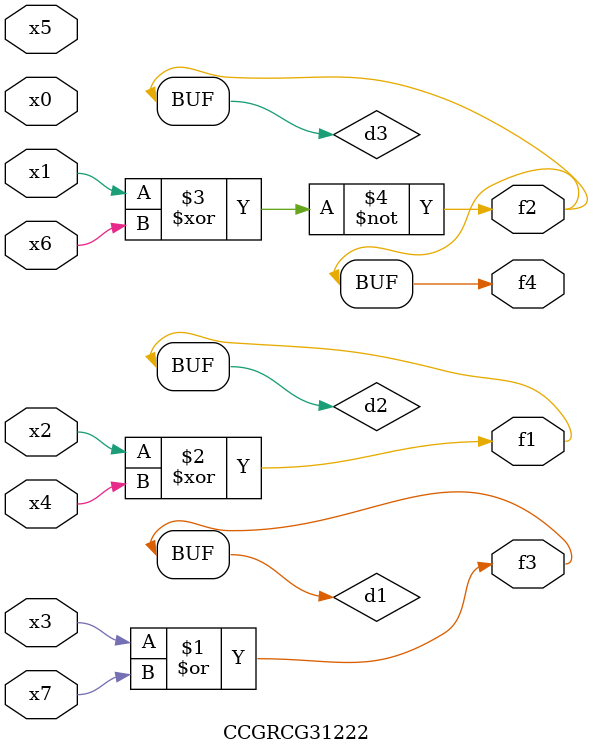
<source format=v>
module CCGRCG31222(
	input x0, x1, x2, x3, x4, x5, x6, x7,
	output f1, f2, f3, f4
);

	wire d1, d2, d3;

	or (d1, x3, x7);
	xor (d2, x2, x4);
	xnor (d3, x1, x6);
	assign f1 = d2;
	assign f2 = d3;
	assign f3 = d1;
	assign f4 = d3;
endmodule

</source>
